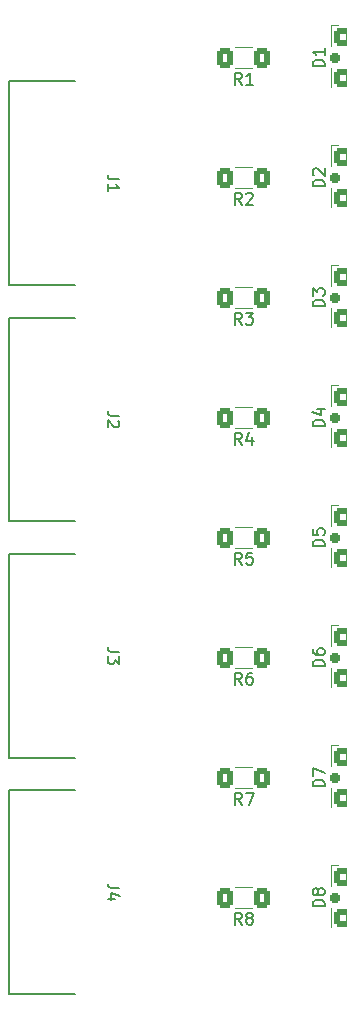
<source format=gbr>
%TF.GenerationSoftware,KiCad,Pcbnew,8.0.6-8.0.6-0~ubuntu24.04.1*%
%TF.CreationDate,2024-12-11T21:49:02+03:00*%
%TF.ProjectId,PM-LED8,504d2d4c-4544-4382-9e6b-696361645f70,rev?*%
%TF.SameCoordinates,Original*%
%TF.FileFunction,Legend,Top*%
%TF.FilePolarity,Positive*%
%FSLAX46Y46*%
G04 Gerber Fmt 4.6, Leading zero omitted, Abs format (unit mm)*
G04 Created by KiCad (PCBNEW 8.0.6-8.0.6-0~ubuntu24.04.1) date 2024-12-11 21:49:02*
%MOMM*%
%LPD*%
G01*
G04 APERTURE LIST*
G04 Aperture macros list*
%AMRoundRect*
0 Rectangle with rounded corners*
0 $1 Rounding radius*
0 $2 $3 $4 $5 $6 $7 $8 $9 X,Y pos of 4 corners*
0 Add a 4 corners polygon primitive as box body*
4,1,4,$2,$3,$4,$5,$6,$7,$8,$9,$2,$3,0*
0 Add four circle primitives for the rounded corners*
1,1,$1+$1,$2,$3*
1,1,$1+$1,$4,$5*
1,1,$1+$1,$6,$7*
1,1,$1+$1,$8,$9*
0 Add four rect primitives between the rounded corners*
20,1,$1+$1,$2,$3,$4,$5,0*
20,1,$1+$1,$4,$5,$6,$7,0*
20,1,$1+$1,$6,$7,$8,$9,0*
20,1,$1+$1,$8,$9,$2,$3,0*%
G04 Aperture macros list end*
%ADD10C,0.150000*%
%ADD11C,0.152400*%
%ADD12C,0.120000*%
%ADD13R,1.803400X0.635000*%
%ADD14R,2.997200X2.590800*%
%ADD15RoundRect,0.250000X0.400000X0.625000X-0.400000X0.625000X-0.400000X-0.625000X0.400000X-0.625000X0*%
%ADD16RoundRect,0.250000X-0.500000X0.500000X-0.500000X-0.500000X0.500000X-0.500000X0.500000X0.500000X0*%
%ADD17RoundRect,0.225000X-0.225000X0.225000X-0.225000X-0.225000X0.225000X-0.225000X0.225000X0.225000X0*%
G04 APERTURE END LIST*
D10*
X-5454820Y-9666666D02*
X-6169105Y-9666666D01*
X-6169105Y-9666666D02*
X-6311962Y-9619047D01*
X-6311962Y-9619047D02*
X-6407200Y-9523809D01*
X-6407200Y-9523809D02*
X-6454820Y-9380952D01*
X-6454820Y-9380952D02*
X-6454820Y-9285714D01*
X-5454820Y-10047619D02*
X-5454820Y-10666666D01*
X-5454820Y-10666666D02*
X-5835772Y-10333333D01*
X-5835772Y-10333333D02*
X-5835772Y-10476190D01*
X-5835772Y-10476190D02*
X-5883391Y-10571428D01*
X-5883391Y-10571428D02*
X-5931010Y-10619047D01*
X-5931010Y-10619047D02*
X-6026248Y-10666666D01*
X-6026248Y-10666666D02*
X-6264343Y-10666666D01*
X-6264343Y-10666666D02*
X-6359581Y-10619047D01*
X-6359581Y-10619047D02*
X-6407200Y-10571428D01*
X-6407200Y-10571428D02*
X-6454820Y-10476190D01*
X-6454820Y-10476190D02*
X-6454820Y-10190476D01*
X-6454820Y-10190476D02*
X-6407200Y-10095238D01*
X-6407200Y-10095238D02*
X-6359581Y-10047619D01*
X-5454820Y-29666666D02*
X-6169105Y-29666666D01*
X-6169105Y-29666666D02*
X-6311962Y-29619047D01*
X-6311962Y-29619047D02*
X-6407200Y-29523809D01*
X-6407200Y-29523809D02*
X-6454820Y-29380952D01*
X-6454820Y-29380952D02*
X-6454820Y-29285714D01*
X-5788153Y-30571428D02*
X-6454820Y-30571428D01*
X-5407200Y-30333333D02*
X-6121486Y-30095238D01*
X-6121486Y-30095238D02*
X-6121486Y-30714285D01*
X-5454820Y30333334D02*
X-6169105Y30333334D01*
X-6169105Y30333334D02*
X-6311962Y30380953D01*
X-6311962Y30380953D02*
X-6407200Y30476191D01*
X-6407200Y30476191D02*
X-6454820Y30619048D01*
X-6454820Y30619048D02*
X-6454820Y30714286D01*
X-6454820Y29333334D02*
X-6454820Y29904762D01*
X-6454820Y29619048D02*
X-5454820Y29619048D01*
X-5454820Y29619048D02*
X-5597677Y29714286D01*
X-5597677Y29714286D02*
X-5692915Y29809524D01*
X-5692915Y29809524D02*
X-5740534Y29904762D01*
X-5454820Y10333334D02*
X-6169105Y10333334D01*
X-6169105Y10333334D02*
X-6311962Y10380953D01*
X-6311962Y10380953D02*
X-6407200Y10476191D01*
X-6407200Y10476191D02*
X-6454820Y10619048D01*
X-6454820Y10619048D02*
X-6454820Y10714286D01*
X-5550058Y9904762D02*
X-5502439Y9857143D01*
X-5502439Y9857143D02*
X-5454820Y9761905D01*
X-5454820Y9761905D02*
X-5454820Y9523810D01*
X-5454820Y9523810D02*
X-5502439Y9428572D01*
X-5502439Y9428572D02*
X-5550058Y9380953D01*
X-5550058Y9380953D02*
X-5645296Y9333334D01*
X-5645296Y9333334D02*
X-5740534Y9333334D01*
X-5740534Y9333334D02*
X-5883391Y9380953D01*
X-5883391Y9380953D02*
X-6454820Y9952381D01*
X-6454820Y9952381D02*
X-6454820Y9333334D01*
X4913333Y18045181D02*
X4580000Y18521372D01*
X4341905Y18045181D02*
X4341905Y19045181D01*
X4341905Y19045181D02*
X4722857Y19045181D01*
X4722857Y19045181D02*
X4818095Y18997562D01*
X4818095Y18997562D02*
X4865714Y18949943D01*
X4865714Y18949943D02*
X4913333Y18854705D01*
X4913333Y18854705D02*
X4913333Y18711848D01*
X4913333Y18711848D02*
X4865714Y18616610D01*
X4865714Y18616610D02*
X4818095Y18568991D01*
X4818095Y18568991D02*
X4722857Y18521372D01*
X4722857Y18521372D02*
X4341905Y18521372D01*
X5246667Y19045181D02*
X5865714Y19045181D01*
X5865714Y19045181D02*
X5532381Y18664229D01*
X5532381Y18664229D02*
X5675238Y18664229D01*
X5675238Y18664229D02*
X5770476Y18616610D01*
X5770476Y18616610D02*
X5818095Y18568991D01*
X5818095Y18568991D02*
X5865714Y18473753D01*
X5865714Y18473753D02*
X5865714Y18235658D01*
X5865714Y18235658D02*
X5818095Y18140420D01*
X5818095Y18140420D02*
X5770476Y18092800D01*
X5770476Y18092800D02*
X5675238Y18045181D01*
X5675238Y18045181D02*
X5389524Y18045181D01*
X5389524Y18045181D02*
X5294286Y18092800D01*
X5294286Y18092800D02*
X5246667Y18140420D01*
X11924819Y-21058094D02*
X10924819Y-21058094D01*
X10924819Y-21058094D02*
X10924819Y-20819999D01*
X10924819Y-20819999D02*
X10972438Y-20677142D01*
X10972438Y-20677142D02*
X11067676Y-20581904D01*
X11067676Y-20581904D02*
X11162914Y-20534285D01*
X11162914Y-20534285D02*
X11353390Y-20486666D01*
X11353390Y-20486666D02*
X11496247Y-20486666D01*
X11496247Y-20486666D02*
X11686723Y-20534285D01*
X11686723Y-20534285D02*
X11781961Y-20581904D01*
X11781961Y-20581904D02*
X11877200Y-20677142D01*
X11877200Y-20677142D02*
X11924819Y-20819999D01*
X11924819Y-20819999D02*
X11924819Y-21058094D01*
X10924819Y-20153332D02*
X10924819Y-19486666D01*
X10924819Y-19486666D02*
X11924819Y-19915237D01*
X11924819Y19581906D02*
X10924819Y19581906D01*
X10924819Y19581906D02*
X10924819Y19820001D01*
X10924819Y19820001D02*
X10972438Y19962858D01*
X10972438Y19962858D02*
X11067676Y20058096D01*
X11067676Y20058096D02*
X11162914Y20105715D01*
X11162914Y20105715D02*
X11353390Y20153334D01*
X11353390Y20153334D02*
X11496247Y20153334D01*
X11496247Y20153334D02*
X11686723Y20105715D01*
X11686723Y20105715D02*
X11781961Y20058096D01*
X11781961Y20058096D02*
X11877200Y19962858D01*
X11877200Y19962858D02*
X11924819Y19820001D01*
X11924819Y19820001D02*
X11924819Y19581906D01*
X10924819Y20486668D02*
X10924819Y21105715D01*
X10924819Y21105715D02*
X11305771Y20772382D01*
X11305771Y20772382D02*
X11305771Y20915239D01*
X11305771Y20915239D02*
X11353390Y21010477D01*
X11353390Y21010477D02*
X11401009Y21058096D01*
X11401009Y21058096D02*
X11496247Y21105715D01*
X11496247Y21105715D02*
X11734342Y21105715D01*
X11734342Y21105715D02*
X11829580Y21058096D01*
X11829580Y21058096D02*
X11877200Y21010477D01*
X11877200Y21010477D02*
X11924819Y20915239D01*
X11924819Y20915239D02*
X11924819Y20629525D01*
X11924819Y20629525D02*
X11877200Y20534287D01*
X11877200Y20534287D02*
X11829580Y20486668D01*
X11924819Y9421906D02*
X10924819Y9421906D01*
X10924819Y9421906D02*
X10924819Y9660001D01*
X10924819Y9660001D02*
X10972438Y9802858D01*
X10972438Y9802858D02*
X11067676Y9898096D01*
X11067676Y9898096D02*
X11162914Y9945715D01*
X11162914Y9945715D02*
X11353390Y9993334D01*
X11353390Y9993334D02*
X11496247Y9993334D01*
X11496247Y9993334D02*
X11686723Y9945715D01*
X11686723Y9945715D02*
X11781961Y9898096D01*
X11781961Y9898096D02*
X11877200Y9802858D01*
X11877200Y9802858D02*
X11924819Y9660001D01*
X11924819Y9660001D02*
X11924819Y9421906D01*
X11258152Y10850477D02*
X11924819Y10850477D01*
X10877200Y10612382D02*
X11591485Y10374287D01*
X11591485Y10374287D02*
X11591485Y10993334D01*
X11924819Y39901906D02*
X10924819Y39901906D01*
X10924819Y39901906D02*
X10924819Y40140001D01*
X10924819Y40140001D02*
X10972438Y40282858D01*
X10972438Y40282858D02*
X11067676Y40378096D01*
X11067676Y40378096D02*
X11162914Y40425715D01*
X11162914Y40425715D02*
X11353390Y40473334D01*
X11353390Y40473334D02*
X11496247Y40473334D01*
X11496247Y40473334D02*
X11686723Y40425715D01*
X11686723Y40425715D02*
X11781961Y40378096D01*
X11781961Y40378096D02*
X11877200Y40282858D01*
X11877200Y40282858D02*
X11924819Y40140001D01*
X11924819Y40140001D02*
X11924819Y39901906D01*
X11924819Y41425715D02*
X11924819Y40854287D01*
X11924819Y41140001D02*
X10924819Y41140001D01*
X10924819Y41140001D02*
X11067676Y41044763D01*
X11067676Y41044763D02*
X11162914Y40949525D01*
X11162914Y40949525D02*
X11210533Y40854287D01*
X4913333Y-22594819D02*
X4580000Y-22118628D01*
X4341905Y-22594819D02*
X4341905Y-21594819D01*
X4341905Y-21594819D02*
X4722857Y-21594819D01*
X4722857Y-21594819D02*
X4818095Y-21642438D01*
X4818095Y-21642438D02*
X4865714Y-21690057D01*
X4865714Y-21690057D02*
X4913333Y-21785295D01*
X4913333Y-21785295D02*
X4913333Y-21928152D01*
X4913333Y-21928152D02*
X4865714Y-22023390D01*
X4865714Y-22023390D02*
X4818095Y-22071009D01*
X4818095Y-22071009D02*
X4722857Y-22118628D01*
X4722857Y-22118628D02*
X4341905Y-22118628D01*
X5246667Y-21594819D02*
X5913333Y-21594819D01*
X5913333Y-21594819D02*
X5484762Y-22594819D01*
X4913333Y-2274819D02*
X4580000Y-1798628D01*
X4341905Y-2274819D02*
X4341905Y-1274819D01*
X4341905Y-1274819D02*
X4722857Y-1274819D01*
X4722857Y-1274819D02*
X4818095Y-1322438D01*
X4818095Y-1322438D02*
X4865714Y-1370057D01*
X4865714Y-1370057D02*
X4913333Y-1465295D01*
X4913333Y-1465295D02*
X4913333Y-1608152D01*
X4913333Y-1608152D02*
X4865714Y-1703390D01*
X4865714Y-1703390D02*
X4818095Y-1751009D01*
X4818095Y-1751009D02*
X4722857Y-1798628D01*
X4722857Y-1798628D02*
X4341905Y-1798628D01*
X5818095Y-1274819D02*
X5341905Y-1274819D01*
X5341905Y-1274819D02*
X5294286Y-1751009D01*
X5294286Y-1751009D02*
X5341905Y-1703390D01*
X5341905Y-1703390D02*
X5437143Y-1655771D01*
X5437143Y-1655771D02*
X5675238Y-1655771D01*
X5675238Y-1655771D02*
X5770476Y-1703390D01*
X5770476Y-1703390D02*
X5818095Y-1751009D01*
X5818095Y-1751009D02*
X5865714Y-1846247D01*
X5865714Y-1846247D02*
X5865714Y-2084342D01*
X5865714Y-2084342D02*
X5818095Y-2179580D01*
X5818095Y-2179580D02*
X5770476Y-2227200D01*
X5770476Y-2227200D02*
X5675238Y-2274819D01*
X5675238Y-2274819D02*
X5437143Y-2274819D01*
X5437143Y-2274819D02*
X5341905Y-2227200D01*
X5341905Y-2227200D02*
X5294286Y-2179580D01*
X4913333Y38365181D02*
X4580000Y38841372D01*
X4341905Y38365181D02*
X4341905Y39365181D01*
X4341905Y39365181D02*
X4722857Y39365181D01*
X4722857Y39365181D02*
X4818095Y39317562D01*
X4818095Y39317562D02*
X4865714Y39269943D01*
X4865714Y39269943D02*
X4913333Y39174705D01*
X4913333Y39174705D02*
X4913333Y39031848D01*
X4913333Y39031848D02*
X4865714Y38936610D01*
X4865714Y38936610D02*
X4818095Y38888991D01*
X4818095Y38888991D02*
X4722857Y38841372D01*
X4722857Y38841372D02*
X4341905Y38841372D01*
X5865714Y38365181D02*
X5294286Y38365181D01*
X5580000Y38365181D02*
X5580000Y39365181D01*
X5580000Y39365181D02*
X5484762Y39222324D01*
X5484762Y39222324D02*
X5389524Y39127086D01*
X5389524Y39127086D02*
X5294286Y39079467D01*
X4913333Y-32754819D02*
X4580000Y-32278628D01*
X4341905Y-32754819D02*
X4341905Y-31754819D01*
X4341905Y-31754819D02*
X4722857Y-31754819D01*
X4722857Y-31754819D02*
X4818095Y-31802438D01*
X4818095Y-31802438D02*
X4865714Y-31850057D01*
X4865714Y-31850057D02*
X4913333Y-31945295D01*
X4913333Y-31945295D02*
X4913333Y-32088152D01*
X4913333Y-32088152D02*
X4865714Y-32183390D01*
X4865714Y-32183390D02*
X4818095Y-32231009D01*
X4818095Y-32231009D02*
X4722857Y-32278628D01*
X4722857Y-32278628D02*
X4341905Y-32278628D01*
X5484762Y-32183390D02*
X5389524Y-32135771D01*
X5389524Y-32135771D02*
X5341905Y-32088152D01*
X5341905Y-32088152D02*
X5294286Y-31992914D01*
X5294286Y-31992914D02*
X5294286Y-31945295D01*
X5294286Y-31945295D02*
X5341905Y-31850057D01*
X5341905Y-31850057D02*
X5389524Y-31802438D01*
X5389524Y-31802438D02*
X5484762Y-31754819D01*
X5484762Y-31754819D02*
X5675238Y-31754819D01*
X5675238Y-31754819D02*
X5770476Y-31802438D01*
X5770476Y-31802438D02*
X5818095Y-31850057D01*
X5818095Y-31850057D02*
X5865714Y-31945295D01*
X5865714Y-31945295D02*
X5865714Y-31992914D01*
X5865714Y-31992914D02*
X5818095Y-32088152D01*
X5818095Y-32088152D02*
X5770476Y-32135771D01*
X5770476Y-32135771D02*
X5675238Y-32183390D01*
X5675238Y-32183390D02*
X5484762Y-32183390D01*
X5484762Y-32183390D02*
X5389524Y-32231009D01*
X5389524Y-32231009D02*
X5341905Y-32278628D01*
X5341905Y-32278628D02*
X5294286Y-32373866D01*
X5294286Y-32373866D02*
X5294286Y-32564342D01*
X5294286Y-32564342D02*
X5341905Y-32659580D01*
X5341905Y-32659580D02*
X5389524Y-32707200D01*
X5389524Y-32707200D02*
X5484762Y-32754819D01*
X5484762Y-32754819D02*
X5675238Y-32754819D01*
X5675238Y-32754819D02*
X5770476Y-32707200D01*
X5770476Y-32707200D02*
X5818095Y-32659580D01*
X5818095Y-32659580D02*
X5865714Y-32564342D01*
X5865714Y-32564342D02*
X5865714Y-32373866D01*
X5865714Y-32373866D02*
X5818095Y-32278628D01*
X5818095Y-32278628D02*
X5770476Y-32231009D01*
X5770476Y-32231009D02*
X5675238Y-32183390D01*
X11924819Y-10898094D02*
X10924819Y-10898094D01*
X10924819Y-10898094D02*
X10924819Y-10659999D01*
X10924819Y-10659999D02*
X10972438Y-10517142D01*
X10972438Y-10517142D02*
X11067676Y-10421904D01*
X11067676Y-10421904D02*
X11162914Y-10374285D01*
X11162914Y-10374285D02*
X11353390Y-10326666D01*
X11353390Y-10326666D02*
X11496247Y-10326666D01*
X11496247Y-10326666D02*
X11686723Y-10374285D01*
X11686723Y-10374285D02*
X11781961Y-10421904D01*
X11781961Y-10421904D02*
X11877200Y-10517142D01*
X11877200Y-10517142D02*
X11924819Y-10659999D01*
X11924819Y-10659999D02*
X11924819Y-10898094D01*
X10924819Y-9469523D02*
X10924819Y-9659999D01*
X10924819Y-9659999D02*
X10972438Y-9755237D01*
X10972438Y-9755237D02*
X11020057Y-9802856D01*
X11020057Y-9802856D02*
X11162914Y-9898094D01*
X11162914Y-9898094D02*
X11353390Y-9945713D01*
X11353390Y-9945713D02*
X11734342Y-9945713D01*
X11734342Y-9945713D02*
X11829580Y-9898094D01*
X11829580Y-9898094D02*
X11877200Y-9850475D01*
X11877200Y-9850475D02*
X11924819Y-9755237D01*
X11924819Y-9755237D02*
X11924819Y-9564761D01*
X11924819Y-9564761D02*
X11877200Y-9469523D01*
X11877200Y-9469523D02*
X11829580Y-9421904D01*
X11829580Y-9421904D02*
X11734342Y-9374285D01*
X11734342Y-9374285D02*
X11496247Y-9374285D01*
X11496247Y-9374285D02*
X11401009Y-9421904D01*
X11401009Y-9421904D02*
X11353390Y-9469523D01*
X11353390Y-9469523D02*
X11305771Y-9564761D01*
X11305771Y-9564761D02*
X11305771Y-9755237D01*
X11305771Y-9755237D02*
X11353390Y-9850475D01*
X11353390Y-9850475D02*
X11401009Y-9898094D01*
X11401009Y-9898094D02*
X11496247Y-9945713D01*
X11924819Y29741906D02*
X10924819Y29741906D01*
X10924819Y29741906D02*
X10924819Y29980001D01*
X10924819Y29980001D02*
X10972438Y30122858D01*
X10972438Y30122858D02*
X11067676Y30218096D01*
X11067676Y30218096D02*
X11162914Y30265715D01*
X11162914Y30265715D02*
X11353390Y30313334D01*
X11353390Y30313334D02*
X11496247Y30313334D01*
X11496247Y30313334D02*
X11686723Y30265715D01*
X11686723Y30265715D02*
X11781961Y30218096D01*
X11781961Y30218096D02*
X11877200Y30122858D01*
X11877200Y30122858D02*
X11924819Y29980001D01*
X11924819Y29980001D02*
X11924819Y29741906D01*
X11020057Y30694287D02*
X10972438Y30741906D01*
X10972438Y30741906D02*
X10924819Y30837144D01*
X10924819Y30837144D02*
X10924819Y31075239D01*
X10924819Y31075239D02*
X10972438Y31170477D01*
X10972438Y31170477D02*
X11020057Y31218096D01*
X11020057Y31218096D02*
X11115295Y31265715D01*
X11115295Y31265715D02*
X11210533Y31265715D01*
X11210533Y31265715D02*
X11353390Y31218096D01*
X11353390Y31218096D02*
X11924819Y30646668D01*
X11924819Y30646668D02*
X11924819Y31265715D01*
X11924819Y-31218094D02*
X10924819Y-31218094D01*
X10924819Y-31218094D02*
X10924819Y-30979999D01*
X10924819Y-30979999D02*
X10972438Y-30837142D01*
X10972438Y-30837142D02*
X11067676Y-30741904D01*
X11067676Y-30741904D02*
X11162914Y-30694285D01*
X11162914Y-30694285D02*
X11353390Y-30646666D01*
X11353390Y-30646666D02*
X11496247Y-30646666D01*
X11496247Y-30646666D02*
X11686723Y-30694285D01*
X11686723Y-30694285D02*
X11781961Y-30741904D01*
X11781961Y-30741904D02*
X11877200Y-30837142D01*
X11877200Y-30837142D02*
X11924819Y-30979999D01*
X11924819Y-30979999D02*
X11924819Y-31218094D01*
X11353390Y-30075237D02*
X11305771Y-30170475D01*
X11305771Y-30170475D02*
X11258152Y-30218094D01*
X11258152Y-30218094D02*
X11162914Y-30265713D01*
X11162914Y-30265713D02*
X11115295Y-30265713D01*
X11115295Y-30265713D02*
X11020057Y-30218094D01*
X11020057Y-30218094D02*
X10972438Y-30170475D01*
X10972438Y-30170475D02*
X10924819Y-30075237D01*
X10924819Y-30075237D02*
X10924819Y-29884761D01*
X10924819Y-29884761D02*
X10972438Y-29789523D01*
X10972438Y-29789523D02*
X11020057Y-29741904D01*
X11020057Y-29741904D02*
X11115295Y-29694285D01*
X11115295Y-29694285D02*
X11162914Y-29694285D01*
X11162914Y-29694285D02*
X11258152Y-29741904D01*
X11258152Y-29741904D02*
X11305771Y-29789523D01*
X11305771Y-29789523D02*
X11353390Y-29884761D01*
X11353390Y-29884761D02*
X11353390Y-30075237D01*
X11353390Y-30075237D02*
X11401009Y-30170475D01*
X11401009Y-30170475D02*
X11448628Y-30218094D01*
X11448628Y-30218094D02*
X11543866Y-30265713D01*
X11543866Y-30265713D02*
X11734342Y-30265713D01*
X11734342Y-30265713D02*
X11829580Y-30218094D01*
X11829580Y-30218094D02*
X11877200Y-30170475D01*
X11877200Y-30170475D02*
X11924819Y-30075237D01*
X11924819Y-30075237D02*
X11924819Y-29884761D01*
X11924819Y-29884761D02*
X11877200Y-29789523D01*
X11877200Y-29789523D02*
X11829580Y-29741904D01*
X11829580Y-29741904D02*
X11734342Y-29694285D01*
X11734342Y-29694285D02*
X11543866Y-29694285D01*
X11543866Y-29694285D02*
X11448628Y-29741904D01*
X11448628Y-29741904D02*
X11401009Y-29789523D01*
X11401009Y-29789523D02*
X11353390Y-29884761D01*
X4913333Y28205181D02*
X4580000Y28681372D01*
X4341905Y28205181D02*
X4341905Y29205181D01*
X4341905Y29205181D02*
X4722857Y29205181D01*
X4722857Y29205181D02*
X4818095Y29157562D01*
X4818095Y29157562D02*
X4865714Y29109943D01*
X4865714Y29109943D02*
X4913333Y29014705D01*
X4913333Y29014705D02*
X4913333Y28871848D01*
X4913333Y28871848D02*
X4865714Y28776610D01*
X4865714Y28776610D02*
X4818095Y28728991D01*
X4818095Y28728991D02*
X4722857Y28681372D01*
X4722857Y28681372D02*
X4341905Y28681372D01*
X5294286Y29109943D02*
X5341905Y29157562D01*
X5341905Y29157562D02*
X5437143Y29205181D01*
X5437143Y29205181D02*
X5675238Y29205181D01*
X5675238Y29205181D02*
X5770476Y29157562D01*
X5770476Y29157562D02*
X5818095Y29109943D01*
X5818095Y29109943D02*
X5865714Y29014705D01*
X5865714Y29014705D02*
X5865714Y28919467D01*
X5865714Y28919467D02*
X5818095Y28776610D01*
X5818095Y28776610D02*
X5246667Y28205181D01*
X5246667Y28205181D02*
X5865714Y28205181D01*
X4913333Y-12434819D02*
X4580000Y-11958628D01*
X4341905Y-12434819D02*
X4341905Y-11434819D01*
X4341905Y-11434819D02*
X4722857Y-11434819D01*
X4722857Y-11434819D02*
X4818095Y-11482438D01*
X4818095Y-11482438D02*
X4865714Y-11530057D01*
X4865714Y-11530057D02*
X4913333Y-11625295D01*
X4913333Y-11625295D02*
X4913333Y-11768152D01*
X4913333Y-11768152D02*
X4865714Y-11863390D01*
X4865714Y-11863390D02*
X4818095Y-11911009D01*
X4818095Y-11911009D02*
X4722857Y-11958628D01*
X4722857Y-11958628D02*
X4341905Y-11958628D01*
X5770476Y-11434819D02*
X5580000Y-11434819D01*
X5580000Y-11434819D02*
X5484762Y-11482438D01*
X5484762Y-11482438D02*
X5437143Y-11530057D01*
X5437143Y-11530057D02*
X5341905Y-11672914D01*
X5341905Y-11672914D02*
X5294286Y-11863390D01*
X5294286Y-11863390D02*
X5294286Y-12244342D01*
X5294286Y-12244342D02*
X5341905Y-12339580D01*
X5341905Y-12339580D02*
X5389524Y-12387200D01*
X5389524Y-12387200D02*
X5484762Y-12434819D01*
X5484762Y-12434819D02*
X5675238Y-12434819D01*
X5675238Y-12434819D02*
X5770476Y-12387200D01*
X5770476Y-12387200D02*
X5818095Y-12339580D01*
X5818095Y-12339580D02*
X5865714Y-12244342D01*
X5865714Y-12244342D02*
X5865714Y-12006247D01*
X5865714Y-12006247D02*
X5818095Y-11911009D01*
X5818095Y-11911009D02*
X5770476Y-11863390D01*
X5770476Y-11863390D02*
X5675238Y-11815771D01*
X5675238Y-11815771D02*
X5484762Y-11815771D01*
X5484762Y-11815771D02*
X5389524Y-11863390D01*
X5389524Y-11863390D02*
X5341905Y-11911009D01*
X5341905Y-11911009D02*
X5294286Y-12006247D01*
X4913333Y7885181D02*
X4580000Y8361372D01*
X4341905Y7885181D02*
X4341905Y8885181D01*
X4341905Y8885181D02*
X4722857Y8885181D01*
X4722857Y8885181D02*
X4818095Y8837562D01*
X4818095Y8837562D02*
X4865714Y8789943D01*
X4865714Y8789943D02*
X4913333Y8694705D01*
X4913333Y8694705D02*
X4913333Y8551848D01*
X4913333Y8551848D02*
X4865714Y8456610D01*
X4865714Y8456610D02*
X4818095Y8408991D01*
X4818095Y8408991D02*
X4722857Y8361372D01*
X4722857Y8361372D02*
X4341905Y8361372D01*
X5770476Y8551848D02*
X5770476Y7885181D01*
X5532381Y8932800D02*
X5294286Y8218515D01*
X5294286Y8218515D02*
X5913333Y8218515D01*
X11924819Y-738094D02*
X10924819Y-738094D01*
X10924819Y-738094D02*
X10924819Y-499999D01*
X10924819Y-499999D02*
X10972438Y-357142D01*
X10972438Y-357142D02*
X11067676Y-261904D01*
X11067676Y-261904D02*
X11162914Y-214285D01*
X11162914Y-214285D02*
X11353390Y-166666D01*
X11353390Y-166666D02*
X11496247Y-166666D01*
X11496247Y-166666D02*
X11686723Y-214285D01*
X11686723Y-214285D02*
X11781961Y-261904D01*
X11781961Y-261904D02*
X11877200Y-357142D01*
X11877200Y-357142D02*
X11924819Y-499999D01*
X11924819Y-499999D02*
X11924819Y-738094D01*
X10924819Y738096D02*
X10924819Y261906D01*
X10924819Y261906D02*
X11401009Y214287D01*
X11401009Y214287D02*
X11353390Y261906D01*
X11353390Y261906D02*
X11305771Y357144D01*
X11305771Y357144D02*
X11305771Y595239D01*
X11305771Y595239D02*
X11353390Y690477D01*
X11353390Y690477D02*
X11401009Y738096D01*
X11401009Y738096D02*
X11496247Y785715D01*
X11496247Y785715D02*
X11734342Y785715D01*
X11734342Y785715D02*
X11829580Y738096D01*
X11829580Y738096D02*
X11877200Y690477D01*
X11877200Y690477D02*
X11924819Y595239D01*
X11924819Y595239D02*
X11924819Y357144D01*
X11924819Y357144D02*
X11877200Y261906D01*
X11877200Y261906D02*
X11829580Y214287D01*
D11*
%TO.C,J3*%
X-9218700Y-1376700D02*
X-14781300Y-1376700D01*
X-14781300Y-1376700D02*
X-14781300Y-18623300D01*
X-14781300Y-18623300D02*
X-9218700Y-18623300D01*
%TO.C,J4*%
X-9218700Y-21376700D02*
X-14781300Y-21376700D01*
X-14781300Y-21376700D02*
X-14781300Y-38623300D01*
X-14781300Y-38623300D02*
X-9218700Y-38623300D01*
%TO.C,J1*%
X-9218700Y38623300D02*
X-14781300Y38623300D01*
X-14781300Y38623300D02*
X-14781300Y21376700D01*
X-14781300Y21376700D02*
X-9218700Y21376700D01*
%TO.C,J2*%
X-9218700Y18623300D02*
X-14781300Y18623300D01*
X-14781300Y18623300D02*
X-14781300Y1376700D01*
X-14781300Y1376700D02*
X-9218700Y1376700D01*
D12*
%TO.C,R3*%
X5807064Y21230000D02*
X4352936Y21230000D01*
X5807064Y19410000D02*
X4352936Y19410000D01*
%TO.C,D7*%
X12460000Y-17560000D02*
X12460000Y-19370000D01*
X12460000Y-21215000D02*
X12460000Y-22770000D01*
X13070000Y-17560000D02*
X12460000Y-17560000D01*
%TO.C,D3*%
X12460000Y23080000D02*
X12460000Y21270000D01*
X12460000Y19425000D02*
X12460000Y17870000D01*
X13070000Y23080000D02*
X12460000Y23080000D01*
%TO.C,D4*%
X12460000Y12920000D02*
X12460000Y11110000D01*
X12460000Y9265000D02*
X12460000Y7710000D01*
X13070000Y12920000D02*
X12460000Y12920000D01*
%TO.C,D1*%
X12460000Y43400000D02*
X12460000Y41590000D01*
X12460000Y39745000D02*
X12460000Y38190000D01*
X13070000Y43400000D02*
X12460000Y43400000D01*
%TO.C,R7*%
X5807064Y-19410000D02*
X4352936Y-19410000D01*
X5807064Y-21230000D02*
X4352936Y-21230000D01*
%TO.C,R5*%
X5807064Y910000D02*
X4352936Y910000D01*
X5807064Y-910000D02*
X4352936Y-910000D01*
%TO.C,R1*%
X5807064Y41550000D02*
X4352936Y41550000D01*
X5807064Y39730000D02*
X4352936Y39730000D01*
%TO.C,R8*%
X5807064Y-29570000D02*
X4352936Y-29570000D01*
X5807064Y-31390000D02*
X4352936Y-31390000D01*
%TO.C,D6*%
X12460000Y-7400000D02*
X12460000Y-9210000D01*
X12460000Y-11055000D02*
X12460000Y-12610000D01*
X13070000Y-7400000D02*
X12460000Y-7400000D01*
%TO.C,D2*%
X12460000Y33240000D02*
X12460000Y31430000D01*
X12460000Y29585000D02*
X12460000Y28030000D01*
X13070000Y33240000D02*
X12460000Y33240000D01*
%TO.C,D8*%
X12460000Y-27720000D02*
X12460000Y-29530000D01*
X12460000Y-31375000D02*
X12460000Y-32930000D01*
X13070000Y-27720000D02*
X12460000Y-27720000D01*
%TO.C,R2*%
X5807064Y31390000D02*
X4352936Y31390000D01*
X5807064Y29570000D02*
X4352936Y29570000D01*
%TO.C,R6*%
X5807064Y-9250000D02*
X4352936Y-9250000D01*
X5807064Y-11070000D02*
X4352936Y-11070000D01*
%TO.C,R4*%
X5807064Y11070000D02*
X4352936Y11070000D01*
X5807064Y9250000D02*
X4352936Y9250000D01*
%TO.C,D5*%
X12460000Y2760000D02*
X12460000Y950000D01*
X12460000Y-895000D02*
X12460000Y-2450000D01*
X13070000Y2760000D02*
X12460000Y2760000D01*
%TD*%
%LPC*%
D13*
%TO.C,J3*%
X-8444000Y-5500009D03*
X-8444000Y-6500007D03*
X-8444000Y-7500005D03*
X-8444000Y-8500003D03*
X-8444000Y-9500001D03*
X-8444000Y-10499999D03*
X-8444000Y-11499997D03*
X-8444000Y-12499995D03*
X-8444000Y-13499993D03*
X-8444000Y-14499991D03*
D14*
X-10614001Y-3149998D03*
X-10614001Y-16850002D03*
%TD*%
D13*
%TO.C,J4*%
X-8444000Y-25500009D03*
X-8444000Y-26500007D03*
X-8444000Y-27500005D03*
X-8444000Y-28500003D03*
X-8444000Y-29500001D03*
X-8444000Y-30499999D03*
X-8444000Y-31499997D03*
X-8444000Y-32499995D03*
X-8444000Y-33499993D03*
X-8444000Y-34499991D03*
D14*
X-10614001Y-23149998D03*
X-10614001Y-36850002D03*
%TD*%
D13*
%TO.C,J1*%
X-8444000Y34499991D03*
X-8444000Y33499993D03*
X-8444000Y32499995D03*
X-8444000Y31499997D03*
X-8444000Y30499999D03*
X-8444000Y29500001D03*
X-8444000Y28500003D03*
X-8444000Y27500005D03*
X-8444000Y26500007D03*
X-8444000Y25500009D03*
D14*
X-10614001Y36850002D03*
X-10614001Y23149998D03*
%TD*%
D13*
%TO.C,J2*%
X-8444000Y14499991D03*
X-8444000Y13499993D03*
X-8444000Y12499995D03*
X-8444000Y11499997D03*
X-8444000Y10499999D03*
X-8444000Y9500001D03*
X-8444000Y8500003D03*
X-8444000Y7500005D03*
X-8444000Y6500007D03*
X-8444000Y5500009D03*
D14*
X-10614001Y16850002D03*
X-10614001Y3149998D03*
%TD*%
D15*
%TO.C,R3*%
X6630000Y20320000D03*
X3530000Y20320000D03*
%TD*%
D16*
%TO.C,D7*%
X13470000Y-18570000D03*
X13470000Y-22070000D03*
D17*
X12820000Y-20320000D03*
%TD*%
D16*
%TO.C,D3*%
X13470000Y22070000D03*
X13470000Y18570000D03*
D17*
X12820000Y20320000D03*
%TD*%
D16*
%TO.C,D4*%
X13470000Y11910000D03*
X13470000Y8410000D03*
D17*
X12820000Y10160000D03*
%TD*%
D16*
%TO.C,D1*%
X13470000Y42390000D03*
X13470000Y38890000D03*
D17*
X12820000Y40640000D03*
%TD*%
D15*
%TO.C,R7*%
X6630000Y-20320000D03*
X3530000Y-20320000D03*
%TD*%
%TO.C,R5*%
X6630000Y0D03*
X3530000Y0D03*
%TD*%
%TO.C,R1*%
X6630000Y40640000D03*
X3530000Y40640000D03*
%TD*%
%TO.C,R8*%
X6630000Y-30480000D03*
X3530000Y-30480000D03*
%TD*%
D16*
%TO.C,D6*%
X13470000Y-8410000D03*
X13470000Y-11910000D03*
D17*
X12820000Y-10160000D03*
%TD*%
D16*
%TO.C,D2*%
X13470000Y32230000D03*
X13470000Y28730000D03*
D17*
X12820000Y30480000D03*
%TD*%
D16*
%TO.C,D8*%
X13470000Y-28730000D03*
X13470000Y-32230000D03*
D17*
X12820000Y-30480000D03*
%TD*%
D15*
%TO.C,R2*%
X6630000Y30480000D03*
X3530000Y30480000D03*
%TD*%
%TO.C,R6*%
X6630000Y-10160000D03*
X3530000Y-10160000D03*
%TD*%
%TO.C,R4*%
X6630000Y10160000D03*
X3530000Y10160000D03*
%TD*%
D16*
%TO.C,D5*%
X13470000Y1750000D03*
X13470000Y-1750000D03*
D17*
X12820000Y0D03*
%TD*%
%LPD*%
M02*

</source>
